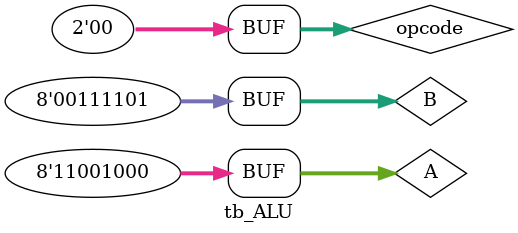
<source format=v>

module tb_ALU();
  wire[7:0] Result;
  reg [7:0] A,B;
  reg [1:0] opcode;
 
  ALU DUT (Result,opcode,A,B);

  initial 
  begin
  #0A=8'd0; B=8'd0; opcode=2'b00;
  #5A=8'd1; B=8'd3; opcode=2'b01;
  #5A=8'd3; B=8'd4; opcode=2'b10;
  #5A=8'd10; B=8'd10; opcode=2'b11;
  #5A=8'd15; B=8'd1; opcode=2'b00;
  #5A=8'd20; B=8'd20; opcode=2'b10;
  #5A=8'd34; B=8'd5; opcode=2'b10;
  #5A=8'd255; B=8'd0; opcode=2'b11;
  #5A=8'd15; B=8'd1; opcode=2'b00;
  #5A=8'd200; B=8'd61; opcode=2'b00;
  end
  endmodule



</source>
